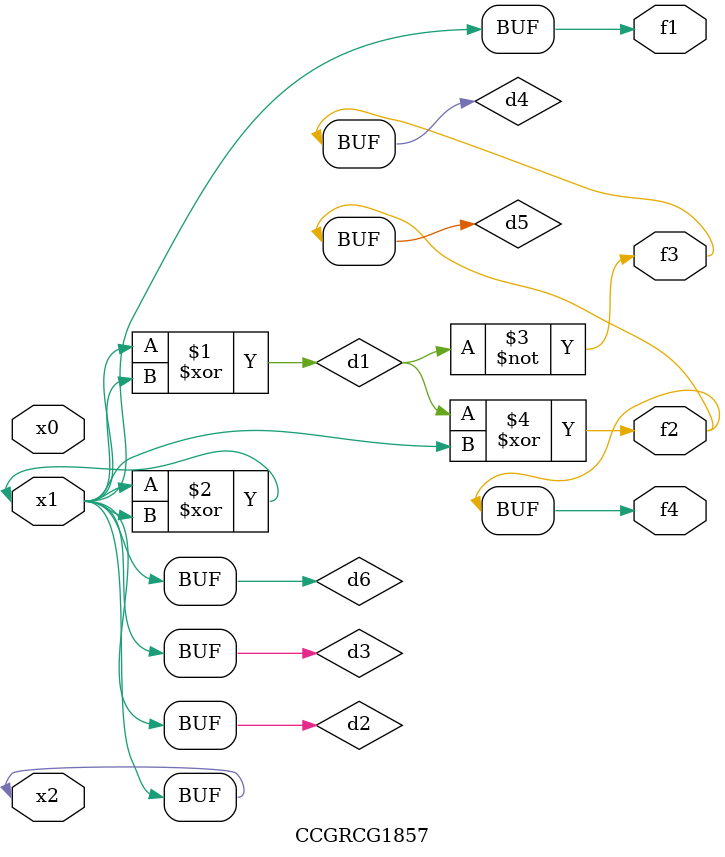
<source format=v>
module CCGRCG1857(
	input x0, x1, x2,
	output f1, f2, f3, f4
);

	wire d1, d2, d3, d4, d5, d6;

	xor (d1, x1, x2);
	buf (d2, x1, x2);
	xor (d3, x1, x2);
	nor (d4, d1);
	xor (d5, d1, d2);
	buf (d6, d2, d3);
	assign f1 = d6;
	assign f2 = d5;
	assign f3 = d4;
	assign f4 = d5;
endmodule

</source>
